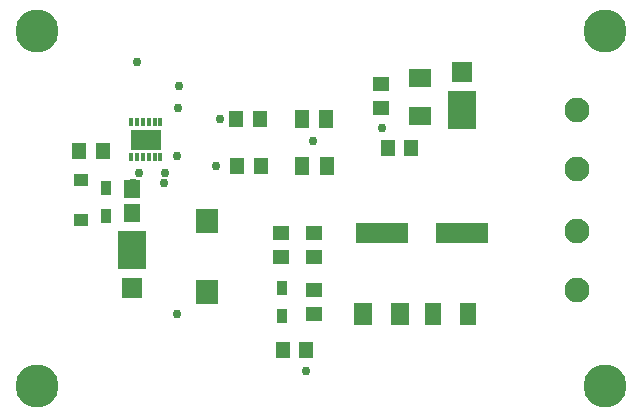
<source format=gts>
G04*
G04 #@! TF.GenerationSoftware,Altium Limited,Altium Designer,24.2.2 (26)*
G04*
G04 Layer_Color=8388736*
%FSLAX44Y44*%
%MOMM*%
G71*
G04*
G04 #@! TF.SameCoordinates,967F0760-92D6-49E7-A335-9EBDF73BCE5C*
G04*
G04*
G04 #@! TF.FilePolarity,Negative*
G04*
G01*
G75*
%ADD27R,1.8296X1.5866*%
%ADD28R,1.5866X1.8296*%
%ADD29R,1.3401X1.8780*%
%ADD30R,1.2341X1.4786*%
%ADD31R,1.4786X1.2341*%
%ADD32R,1.1500X1.5495*%
%ADD33R,2.3500X3.2501*%
%ADD34R,1.6740X1.6700*%
%ADD35R,4.4500X1.7500*%
%ADD36R,0.9000X1.1500*%
%ADD37R,1.8500X2.1500*%
%ADD38R,1.4516X1.5116*%
%ADD39R,1.3000X1.1000*%
%ADD40R,0.3556X0.8026*%
%ADD41R,2.6016X1.8009*%
%ADD42C,2.1016*%
%ADD43C,0.7500*%
%ADD44C,3.6500*%
D27*
X354202Y258202D02*
D03*
Y290054D02*
D03*
D28*
X337704Y90533D02*
D03*
X305852D02*
D03*
D29*
X394648D02*
D03*
X365748D02*
D03*
D30*
X346930Y231202D02*
D03*
X326930D02*
D03*
X218788Y255270D02*
D03*
X198788D02*
D03*
X199461Y215646D02*
D03*
X219461D02*
D03*
X258118Y60053D02*
D03*
X238118D02*
D03*
X85946Y228600D02*
D03*
X65946D02*
D03*
D31*
X321436Y285144D02*
D03*
Y265144D02*
D03*
X264628Y110693D02*
D03*
Y90693D02*
D03*
Y158953D02*
D03*
Y138953D02*
D03*
X236688D02*
D03*
Y158953D02*
D03*
D32*
X275171Y255270D02*
D03*
X254165D02*
D03*
X254838Y215646D02*
D03*
X275844D02*
D03*
D33*
X389762Y263209D02*
D03*
X110998Y144523D02*
D03*
D34*
X389762Y295207D02*
D03*
X110998Y112524D02*
D03*
D35*
X322338Y159113D02*
D03*
X389798D02*
D03*
D36*
X237958Y88967D02*
D03*
Y112419D02*
D03*
X88646Y173694D02*
D03*
Y197146D02*
D03*
D37*
X174244Y109192D02*
D03*
Y169192D02*
D03*
D38*
X110998Y196088D02*
D03*
Y176088D02*
D03*
D39*
X67056Y203614D02*
D03*
Y169766D02*
D03*
D40*
X134674Y252730D02*
D03*
X129675D02*
D03*
X124673D02*
D03*
X119674D02*
D03*
X114675D02*
D03*
X109674D02*
D03*
Y223774D02*
D03*
X114675D02*
D03*
X119674D02*
D03*
X124673D02*
D03*
X129675D02*
D03*
X134674D02*
D03*
D41*
X122174Y238252D02*
D03*
D42*
X487172Y160782D02*
D03*
Y110693D02*
D03*
Y213462D02*
D03*
Y263550D02*
D03*
D43*
X116586Y209804D02*
D03*
X111252Y201422D02*
D03*
X322072Y248412D02*
D03*
X263652Y236982D02*
D03*
X138938Y209804D02*
D03*
X185166Y255270D02*
D03*
X115062Y303530D02*
D03*
X181864Y215646D02*
D03*
X137414Y201422D02*
D03*
X148844Y90932D02*
D03*
Y224282D02*
D03*
X150114Y283972D02*
D03*
X149937Y264978D02*
D03*
X258278Y42273D02*
D03*
D44*
X30000Y30000D02*
D03*
X510640D02*
D03*
Y330000D02*
D03*
X30000D02*
D03*
M02*

</source>
